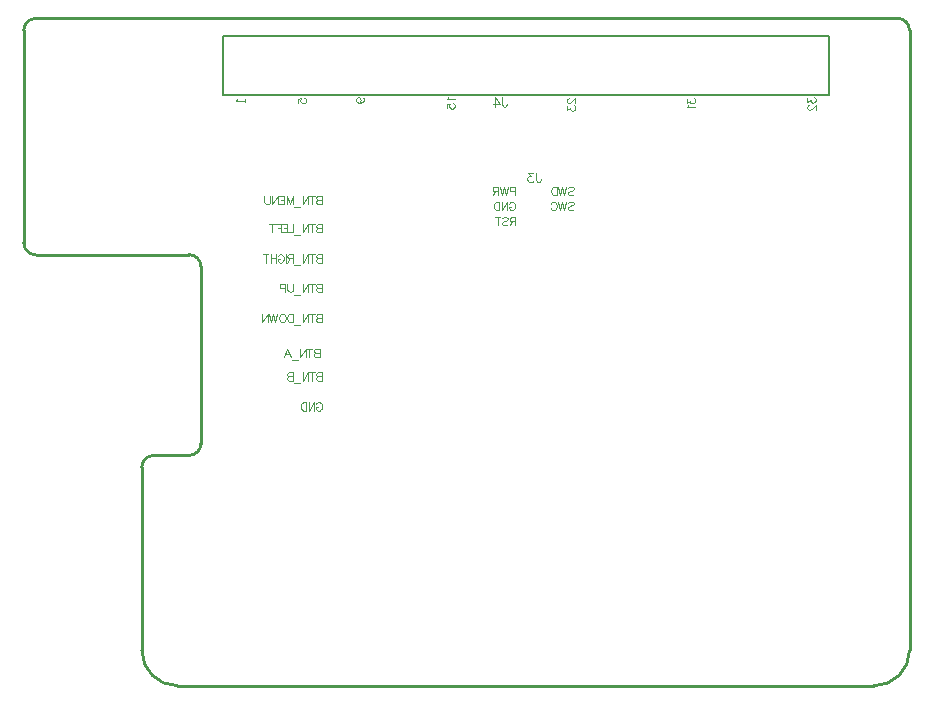
<source format=gbo>
G04*
G04 #@! TF.GenerationSoftware,Altium Limited,Altium Designer,21.1.1 (26)*
G04*
G04 Layer_Color=32896*
%FSAX25Y25*%
%MOIN*%
G70*
G04*
G04 #@! TF.SameCoordinates,385E19C8-3E5E-4D6B-97ED-1EBFA2F8C446*
G04*
G04*
G04 #@! TF.FilePolarity,Positive*
G04*
G01*
G75*
%ADD13C,0.00472*%
%ADD14C,0.00354*%
%ADD15C,0.01000*%
%ADD44C,0.00787*%
D13*
X0034468Y0195591D02*
Y0194541D01*
Y0195066D01*
X0031320D01*
X0031845Y0195591D01*
D14*
X0051969Y0194389D02*
Y0195701D01*
X0053150Y0195832D01*
X0053019Y0195701D01*
X0052887Y0195307D01*
Y0194913D01*
X0053019Y0194520D01*
X0053281Y0194257D01*
X0053675Y0194126D01*
X0053937D01*
X0054331Y0194257D01*
X0054593Y0194520D01*
X0054724Y0194913D01*
Y0195307D01*
X0054593Y0195701D01*
X0054462Y0195832D01*
X0054200Y0195963D01*
X0102100Y0196161D02*
X0101969Y0195899D01*
X0101575Y0195505D01*
X0104331D01*
X0101575Y0192566D02*
Y0193878D01*
X0102756Y0194010D01*
X0102625Y0193878D01*
X0102494Y0193485D01*
Y0193091D01*
X0102625Y0192698D01*
X0102887Y0192435D01*
X0103281Y0192304D01*
X0103543D01*
X0103937Y0192435D01*
X0104200Y0192698D01*
X0104331Y0193091D01*
Y0193485D01*
X0104200Y0193878D01*
X0104068Y0194010D01*
X0103806Y0194141D01*
X0221851Y0195899D02*
Y0194456D01*
X0222901Y0195243D01*
Y0194849D01*
X0223032Y0194587D01*
X0223163Y0194456D01*
X0223557Y0194325D01*
X0223819D01*
X0224213Y0194456D01*
X0224475Y0194718D01*
X0224606Y0195112D01*
Y0195505D01*
X0224475Y0195899D01*
X0224344Y0196030D01*
X0224081Y0196161D01*
X0222507Y0193577D02*
X0222376D01*
X0222113Y0193446D01*
X0221982Y0193314D01*
X0221851Y0193052D01*
Y0192527D01*
X0221982Y0192265D01*
X0222113Y0192133D01*
X0222376Y0192002D01*
X0222638D01*
X0222901Y0192133D01*
X0223294Y0192396D01*
X0224606Y0193708D01*
Y0191871D01*
X0181693Y0195701D02*
Y0194257D01*
X0182743Y0195045D01*
Y0194651D01*
X0182874Y0194389D01*
X0183006Y0194257D01*
X0183399Y0194126D01*
X0183662D01*
X0184055Y0194257D01*
X0184318Y0194520D01*
X0184449Y0194913D01*
Y0195307D01*
X0184318Y0195701D01*
X0184186Y0195832D01*
X0183924Y0195963D01*
X0182218Y0193510D02*
X0182087Y0193247D01*
X0181693Y0192854D01*
X0184449D01*
X0142389Y0195832D02*
X0142258D01*
X0141996Y0195701D01*
X0141865Y0195570D01*
X0141733Y0195307D01*
Y0194782D01*
X0141865Y0194520D01*
X0141996Y0194389D01*
X0142258Y0194257D01*
X0142520D01*
X0142783Y0194389D01*
X0143177Y0194651D01*
X0144489Y0195963D01*
Y0194126D01*
X0141733Y0193247D02*
Y0191804D01*
X0142783Y0192591D01*
Y0192198D01*
X0142914Y0191935D01*
X0143045Y0191804D01*
X0143439Y0191673D01*
X0143701D01*
X0144095Y0191804D01*
X0144357Y0192066D01*
X0144489Y0192460D01*
Y0192854D01*
X0144357Y0193247D01*
X0144226Y0193378D01*
X0143964Y0193510D01*
X0072224Y0194382D02*
X0072618Y0194513D01*
X0072880Y0194776D01*
X0073011Y0195169D01*
Y0195300D01*
X0072880Y0195694D01*
X0072618Y0195957D01*
X0072224Y0196088D01*
X0072093D01*
X0071699Y0195957D01*
X0071437Y0195694D01*
X0071306Y0195300D01*
Y0195169D01*
X0071437Y0194776D01*
X0071699Y0194513D01*
X0072224Y0194382D01*
X0072880D01*
X0073536Y0194513D01*
X0073930Y0194776D01*
X0074061Y0195169D01*
Y0195432D01*
X0073930Y0195825D01*
X0073667Y0195957D01*
X0058071Y0093832D02*
X0058202Y0094094D01*
X0058465Y0094356D01*
X0058727Y0094488D01*
X0059252D01*
X0059514Y0094356D01*
X0059777Y0094094D01*
X0059908Y0093832D01*
X0060039Y0093438D01*
Y0092782D01*
X0059908Y0092388D01*
X0059777Y0092126D01*
X0059514Y0091864D01*
X0059252Y0091732D01*
X0058727D01*
X0058465Y0091864D01*
X0058202Y0092126D01*
X0058071Y0092388D01*
Y0092782D01*
X0058727D02*
X0058071D01*
X0057442Y0094488D02*
Y0091732D01*
Y0094488D02*
X0055605Y0091732D01*
Y0094488D02*
Y0091732D01*
X0054844Y0094488D02*
Y0091732D01*
Y0094488D02*
X0053925D01*
X0053532Y0094356D01*
X0053269Y0094094D01*
X0053138Y0093832D01*
X0053007Y0093438D01*
Y0092782D01*
X0053138Y0092388D01*
X0053269Y0092126D01*
X0053532Y0091864D01*
X0053925Y0091732D01*
X0054844D01*
X0060039Y0104429D02*
Y0101673D01*
Y0104429D02*
X0058859D01*
X0058465Y0104297D01*
X0058334Y0104166D01*
X0058202Y0103904D01*
Y0103641D01*
X0058334Y0103379D01*
X0058465Y0103248D01*
X0058859Y0103117D01*
X0060039D02*
X0058859D01*
X0058465Y0102985D01*
X0058334Y0102854D01*
X0058202Y0102592D01*
Y0102198D01*
X0058334Y0101936D01*
X0058465Y0101804D01*
X0058859Y0101673D01*
X0060039D01*
X0056667Y0104429D02*
Y0101673D01*
X0057586Y0104429D02*
X0055749D01*
X0055421D02*
Y0101673D01*
Y0104429D02*
X0053584Y0101673D01*
Y0104429D02*
Y0101673D01*
X0052823Y0100755D02*
X0050724D01*
X0050370Y0104429D02*
Y0101673D01*
Y0104429D02*
X0049189D01*
X0048795Y0104297D01*
X0048664Y0104166D01*
X0048533Y0103904D01*
Y0103641D01*
X0048664Y0103379D01*
X0048795Y0103248D01*
X0049189Y0103117D01*
X0050370D02*
X0049189D01*
X0048795Y0102985D01*
X0048664Y0102854D01*
X0048533Y0102592D01*
Y0102198D01*
X0048664Y0101936D01*
X0048795Y0101804D01*
X0049189Y0101673D01*
X0050370D01*
X0060039Y0123917D02*
Y0121161D01*
Y0123917D02*
X0058859D01*
X0058465Y0123785D01*
X0058334Y0123654D01*
X0058202Y0123392D01*
Y0123129D01*
X0058334Y0122867D01*
X0058465Y0122736D01*
X0058859Y0122605D01*
X0060039D02*
X0058859D01*
X0058465Y0122474D01*
X0058334Y0122342D01*
X0058202Y0122080D01*
Y0121686D01*
X0058334Y0121424D01*
X0058465Y0121293D01*
X0058859Y0121161D01*
X0060039D01*
X0056667Y0123917D02*
Y0121161D01*
X0057586Y0123917D02*
X0055749D01*
X0055421D02*
Y0121161D01*
Y0123917D02*
X0053584Y0121161D01*
Y0123917D02*
Y0121161D01*
X0052823Y0120243D02*
X0050724D01*
X0050370Y0123917D02*
Y0121161D01*
Y0123917D02*
X0049451D01*
X0049057Y0123785D01*
X0048795Y0123523D01*
X0048664Y0123261D01*
X0048533Y0122867D01*
Y0122211D01*
X0048664Y0121818D01*
X0048795Y0121555D01*
X0049057Y0121293D01*
X0049451Y0121161D01*
X0050370D01*
X0047129Y0123917D02*
X0047391Y0123785D01*
X0047654Y0123523D01*
X0047785Y0123261D01*
X0047916Y0122867D01*
Y0122211D01*
X0047785Y0121818D01*
X0047654Y0121555D01*
X0047391Y0121293D01*
X0047129Y0121161D01*
X0046604D01*
X0046341Y0121293D01*
X0046079Y0121555D01*
X0045948Y0121818D01*
X0045817Y0122211D01*
Y0122867D01*
X0045948Y0123261D01*
X0046079Y0123523D01*
X0046341Y0123785D01*
X0046604Y0123917D01*
X0047129D01*
X0045174D02*
X0044518Y0121161D01*
X0043862Y0123917D02*
X0044518Y0121161D01*
X0043862Y0123917D02*
X0043206Y0121161D01*
X0042550Y0123917D02*
X0043206Y0121161D01*
X0041999Y0123917D02*
Y0121161D01*
Y0123917D02*
X0040162Y0121161D01*
Y0123917D02*
Y0121161D01*
X0059252Y0112303D02*
Y0109547D01*
Y0112303D02*
X0058071D01*
X0057678Y0112171D01*
X0057546Y0112040D01*
X0057415Y0111778D01*
Y0111515D01*
X0057546Y0111253D01*
X0057678Y0111122D01*
X0058071Y0110991D01*
X0059252D02*
X0058071D01*
X0057678Y0110859D01*
X0057546Y0110728D01*
X0057415Y0110466D01*
Y0110072D01*
X0057546Y0109810D01*
X0057678Y0109678D01*
X0058071Y0109547D01*
X0059252D01*
X0055880Y0112303D02*
Y0109547D01*
X0056798Y0112303D02*
X0054962D01*
X0054633D02*
Y0109547D01*
Y0112303D02*
X0052797Y0109547D01*
Y0112303D02*
Y0109547D01*
X0052036Y0108629D02*
X0049936D01*
X0047483Y0109547D02*
X0048533Y0112303D01*
X0049582Y0109547D01*
X0049189Y0110466D02*
X0047876D01*
X0060039Y0134055D02*
Y0131299D01*
Y0134055D02*
X0058859D01*
X0058465Y0133923D01*
X0058334Y0133792D01*
X0058202Y0133530D01*
Y0133267D01*
X0058334Y0133005D01*
X0058465Y0132874D01*
X0058859Y0132743D01*
X0060039D02*
X0058859D01*
X0058465Y0132611D01*
X0058334Y0132480D01*
X0058202Y0132218D01*
Y0131824D01*
X0058334Y0131562D01*
X0058465Y0131430D01*
X0058859Y0131299D01*
X0060039D01*
X0056667Y0134055D02*
Y0131299D01*
X0057586Y0134055D02*
X0055749D01*
X0055421D02*
Y0131299D01*
Y0134055D02*
X0053584Y0131299D01*
Y0134055D02*
Y0131299D01*
X0052823Y0130381D02*
X0050724D01*
X0050370Y0134055D02*
Y0132086D01*
X0050238Y0131693D01*
X0049976Y0131430D01*
X0049582Y0131299D01*
X0049320D01*
X0048926Y0131430D01*
X0048664Y0131693D01*
X0048533Y0132086D01*
Y0134055D01*
X0047772Y0132611D02*
X0046591D01*
X0046197Y0132743D01*
X0046066Y0132874D01*
X0045935Y0133136D01*
Y0133530D01*
X0046066Y0133792D01*
X0046197Y0133923D01*
X0046591Y0134055D01*
X0047772D01*
Y0131299D01*
X0060039Y0153838D02*
Y0151083D01*
Y0153838D02*
X0058859D01*
X0058465Y0153707D01*
X0058334Y0153576D01*
X0058202Y0153313D01*
Y0153051D01*
X0058334Y0152788D01*
X0058465Y0152657D01*
X0058859Y0152526D01*
X0060039D02*
X0058859D01*
X0058465Y0152395D01*
X0058334Y0152263D01*
X0058202Y0152001D01*
Y0151608D01*
X0058334Y0151345D01*
X0058465Y0151214D01*
X0058859Y0151083D01*
X0060039D01*
X0056667Y0153838D02*
Y0151083D01*
X0057586Y0153838D02*
X0055749D01*
X0055421D02*
Y0151083D01*
Y0153838D02*
X0053584Y0151083D01*
Y0153838D02*
Y0151083D01*
X0052823Y0150164D02*
X0050724D01*
X0050370Y0153838D02*
Y0151083D01*
X0048795D01*
X0046788Y0153838D02*
X0048493D01*
Y0151083D01*
X0046788D01*
X0048493Y0152526D02*
X0047444D01*
X0046328Y0153838D02*
Y0151083D01*
Y0153838D02*
X0044623D01*
X0046328Y0152526D02*
X0045279D01*
X0043389Y0153838D02*
Y0151083D01*
X0044308Y0153838D02*
X0042471D01*
X0060039Y0143799D02*
Y0141043D01*
Y0143799D02*
X0058859D01*
X0058465Y0143667D01*
X0058334Y0143536D01*
X0058202Y0143274D01*
Y0143011D01*
X0058334Y0142749D01*
X0058465Y0142618D01*
X0058859Y0142487D01*
X0060039D02*
X0058859D01*
X0058465Y0142355D01*
X0058334Y0142224D01*
X0058202Y0141962D01*
Y0141568D01*
X0058334Y0141306D01*
X0058465Y0141174D01*
X0058859Y0141043D01*
X0060039D01*
X0056667Y0143799D02*
Y0141043D01*
X0057586Y0143799D02*
X0055749D01*
X0055421D02*
Y0141043D01*
Y0143799D02*
X0053584Y0141043D01*
Y0143799D02*
Y0141043D01*
X0052823Y0140125D02*
X0050724D01*
X0050370Y0143799D02*
Y0141043D01*
Y0143799D02*
X0049189D01*
X0048795Y0143667D01*
X0048664Y0143536D01*
X0048533Y0143274D01*
Y0143011D01*
X0048664Y0142749D01*
X0048795Y0142618D01*
X0049189Y0142487D01*
X0050370D01*
X0049451D02*
X0048533Y0141043D01*
X0047916Y0143799D02*
Y0141043D01*
X0045371Y0143143D02*
X0045502Y0143405D01*
X0045764Y0143667D01*
X0046027Y0143799D01*
X0046551D01*
X0046814Y0143667D01*
X0047076Y0143405D01*
X0047207Y0143143D01*
X0047339Y0142749D01*
Y0142093D01*
X0047207Y0141699D01*
X0047076Y0141437D01*
X0046814Y0141174D01*
X0046551Y0141043D01*
X0046027D01*
X0045764Y0141174D01*
X0045502Y0141437D01*
X0045371Y0141699D01*
Y0142093D01*
X0046027D02*
X0045371D01*
X0044741Y0143799D02*
Y0141043D01*
X0042904Y0143799D02*
Y0141043D01*
X0044741Y0142487D02*
X0042904D01*
X0041225Y0143799D02*
Y0141043D01*
X0042143Y0143799D02*
X0040306D01*
X0060039Y0163287D02*
Y0160531D01*
Y0163287D02*
X0058859D01*
X0058465Y0163156D01*
X0058334Y0163024D01*
X0058202Y0162762D01*
Y0162500D01*
X0058334Y0162237D01*
X0058465Y0162106D01*
X0058859Y0161975D01*
X0060039D02*
X0058859D01*
X0058465Y0161844D01*
X0058334Y0161712D01*
X0058202Y0161450D01*
Y0161056D01*
X0058334Y0160794D01*
X0058465Y0160663D01*
X0058859Y0160531D01*
X0060039D01*
X0056667Y0163287D02*
Y0160531D01*
X0057586Y0163287D02*
X0055749D01*
X0055421D02*
Y0160531D01*
Y0163287D02*
X0053584Y0160531D01*
Y0163287D02*
Y0160531D01*
X0052823Y0159613D02*
X0050724D01*
X0050370Y0163287D02*
Y0160531D01*
Y0163287D02*
X0049320Y0160531D01*
X0048270Y0163287D02*
X0049320Y0160531D01*
X0048270Y0163287D02*
Y0160531D01*
X0045777Y0163287D02*
X0047483D01*
Y0160531D01*
X0045777D01*
X0047483Y0161975D02*
X0046433D01*
X0045318Y0163287D02*
Y0160531D01*
Y0163287D02*
X0043481Y0160531D01*
Y0163287D02*
Y0160531D01*
X0042720Y0163287D02*
Y0161319D01*
X0042589Y0160925D01*
X0042327Y0160663D01*
X0041933Y0160531D01*
X0041671D01*
X0041277Y0160663D01*
X0041015Y0160925D01*
X0040883Y0161319D01*
Y0163287D01*
X0124409Y0164796D02*
X0123229D01*
X0122835Y0164927D01*
X0122704Y0165059D01*
X0122573Y0165321D01*
Y0165715D01*
X0122704Y0165977D01*
X0122835Y0166108D01*
X0123229Y0166240D01*
X0124409D01*
Y0163484D01*
X0121956Y0166240D02*
X0121300Y0163484D01*
X0120644Y0166240D02*
X0121300Y0163484D01*
X0120644Y0166240D02*
X0119988Y0163484D01*
X0119332Y0166240D02*
X0119988Y0163484D01*
X0118781Y0166240D02*
Y0163484D01*
Y0166240D02*
X0117600D01*
X0117206Y0166108D01*
X0117075Y0165977D01*
X0116944Y0165715D01*
Y0165452D01*
X0117075Y0165190D01*
X0117206Y0165059D01*
X0117600Y0164927D01*
X0118781D01*
X0117862D02*
X0116944Y0163484D01*
X0124409Y0156200D02*
Y0153445D01*
Y0156200D02*
X0123229D01*
X0122835Y0156069D01*
X0122704Y0155938D01*
X0122573Y0155675D01*
Y0155413D01*
X0122704Y0155150D01*
X0122835Y0155019D01*
X0123229Y0154888D01*
X0124409D01*
X0123491D02*
X0122573Y0153445D01*
X0120119Y0155807D02*
X0120381Y0156069D01*
X0120775Y0156200D01*
X0121300D01*
X0121694Y0156069D01*
X0121956Y0155807D01*
Y0155544D01*
X0121825Y0155282D01*
X0121694Y0155150D01*
X0121431Y0155019D01*
X0120644Y0154757D01*
X0120381Y0154626D01*
X0120250Y0154495D01*
X0120119Y0154232D01*
Y0153839D01*
X0120381Y0153576D01*
X0120775Y0153445D01*
X0121300D01*
X0121694Y0153576D01*
X0121956Y0153839D01*
X0118584Y0156200D02*
Y0153445D01*
X0119502Y0156200D02*
X0117666D01*
X0122441Y0160662D02*
X0122573Y0160925D01*
X0122835Y0161187D01*
X0123097Y0161318D01*
X0123622D01*
X0123885Y0161187D01*
X0124147Y0160925D01*
X0124278Y0160662D01*
X0124409Y0160269D01*
Y0159613D01*
X0124278Y0159219D01*
X0124147Y0158957D01*
X0123885Y0158694D01*
X0123622Y0158563D01*
X0123097D01*
X0122835Y0158694D01*
X0122573Y0158957D01*
X0122441Y0159219D01*
Y0159613D01*
X0123097D02*
X0122441D01*
X0121812Y0161318D02*
Y0158563D01*
Y0161318D02*
X0119975Y0158563D01*
Y0161318D02*
Y0158563D01*
X0119214Y0161318D02*
Y0158563D01*
Y0161318D02*
X0118295D01*
X0117902Y0161187D01*
X0117639Y0160925D01*
X0117508Y0160662D01*
X0117377Y0160269D01*
Y0159613D01*
X0117508Y0159219D01*
X0117639Y0158957D01*
X0117902Y0158694D01*
X0118295Y0158563D01*
X0119214D01*
X0142061Y0160925D02*
X0142323Y0161187D01*
X0142717Y0161318D01*
X0143242D01*
X0143635Y0161187D01*
X0143898Y0160925D01*
Y0160662D01*
X0143766Y0160400D01*
X0143635Y0160269D01*
X0143373Y0160137D01*
X0142586Y0159875D01*
X0142323Y0159744D01*
X0142192Y0159613D01*
X0142061Y0159350D01*
Y0158957D01*
X0142323Y0158694D01*
X0142717Y0158563D01*
X0143242D01*
X0143635Y0158694D01*
X0143898Y0158957D01*
X0141444Y0161318D02*
X0140788Y0158563D01*
X0140132Y0161318D02*
X0140788Y0158563D01*
X0140132Y0161318D02*
X0139476Y0158563D01*
X0138820Y0161318D02*
X0139476Y0158563D01*
X0136301Y0160662D02*
X0136432Y0160925D01*
X0136694Y0161187D01*
X0136957Y0161318D01*
X0137482D01*
X0137744Y0161187D01*
X0138006Y0160925D01*
X0138138Y0160662D01*
X0138269Y0160269D01*
Y0159613D01*
X0138138Y0159219D01*
X0138006Y0158957D01*
X0137744Y0158694D01*
X0137482Y0158563D01*
X0136957D01*
X0136694Y0158694D01*
X0136432Y0158957D01*
X0136301Y0159219D01*
X0142061Y0165846D02*
X0142323Y0166108D01*
X0142717Y0166240D01*
X0143242D01*
X0143635Y0166108D01*
X0143898Y0165846D01*
Y0165584D01*
X0143766Y0165321D01*
X0143635Y0165190D01*
X0143373Y0165059D01*
X0142586Y0164796D01*
X0142323Y0164665D01*
X0142192Y0164534D01*
X0142061Y0164271D01*
Y0163878D01*
X0142323Y0163616D01*
X0142717Y0163484D01*
X0143242D01*
X0143635Y0163616D01*
X0143898Y0163878D01*
X0141444Y0166240D02*
X0140788Y0163484D01*
X0140132Y0166240D02*
X0140788Y0163484D01*
X0140132Y0166240D02*
X0139476Y0163484D01*
X0138820Y0166240D02*
X0139476Y0163484D01*
X0138269Y0166240D02*
Y0163484D01*
Y0166240D02*
X0137350D01*
X0136957Y0166108D01*
X0136694Y0165846D01*
X0136563Y0165584D01*
X0136432Y0165190D01*
Y0164534D01*
X0136563Y0164140D01*
X0136694Y0163878D01*
X0136957Y0163616D01*
X0137350Y0163484D01*
X0138269D01*
X0120071Y0196161D02*
Y0193762D01*
X0120221Y0193312D01*
X0120371Y0193162D01*
X0120671Y0193012D01*
X0120971D01*
X0121271Y0193162D01*
X0121421Y0193312D01*
X0121571Y0193762D01*
Y0194062D01*
X0117762Y0196161D02*
X0119261Y0194062D01*
X0117012D01*
X0117762Y0196161D02*
Y0193012D01*
X0131413Y0171063D02*
Y0168664D01*
X0131563Y0168214D01*
X0131713Y0168064D01*
X0132013Y0167914D01*
X0132313D01*
X0132613Y0168064D01*
X0132763Y0168214D01*
X0132913Y0168664D01*
Y0168963D01*
X0130304Y0171063D02*
X0128654D01*
X0129554Y0169863D01*
X0129104D01*
X0128804Y0169713D01*
X0128654Y0169563D01*
X0128504Y0169113D01*
Y0168813D01*
X0128654Y0168364D01*
X0128954Y0168064D01*
X0129404Y0167914D01*
X0129854D01*
X0130304Y0168064D01*
X0130454Y0168214D01*
X0130604Y0168514D01*
D15*
X-0035433Y0222441D02*
G03*
X-0039370Y0218504I0000000J-0003937D01*
G01*
X0255906D02*
G03*
X0251969Y0222441I-0003937J0000000D01*
G01*
X0000000Y0011811D02*
G03*
X0011811Y0000000I0011811J0000000D01*
G01*
X0244094D02*
G03*
X0255906Y0011811I0000000J0011811D01*
G01*
X0019685Y0139764D02*
G03*
X0015748Y0143701I-0003937J0000000D01*
G01*
X0003937Y0076772D02*
G03*
X0000000Y0072835I0000000J-0003937D01*
G01*
X-0039370Y0147638D02*
G03*
X-0035433Y0143701I0003937J0000000D01*
G01*
X0015748Y0076772D02*
G03*
X0019685Y0080709I0000000J0003937D01*
G01*
X0255906Y0011811D02*
Y0218504D01*
X-0035433Y0222441D02*
X0251969D01*
X-0039370Y0147638D02*
Y0218504D01*
X-0035433Y0143701D02*
X0015748D01*
X0000000Y0011811D02*
Y0072835D01*
X0011811Y0000000D02*
X0244094D01*
X0019685Y0080709D02*
Y0139764D01*
X0003937Y0076772D02*
X0015748D01*
D44*
X0228937Y0196850D02*
Y0216535D01*
X0026969Y0196850D02*
X0228937D01*
X0026969D02*
Y0216535D01*
X0228937D01*
M02*

</source>
